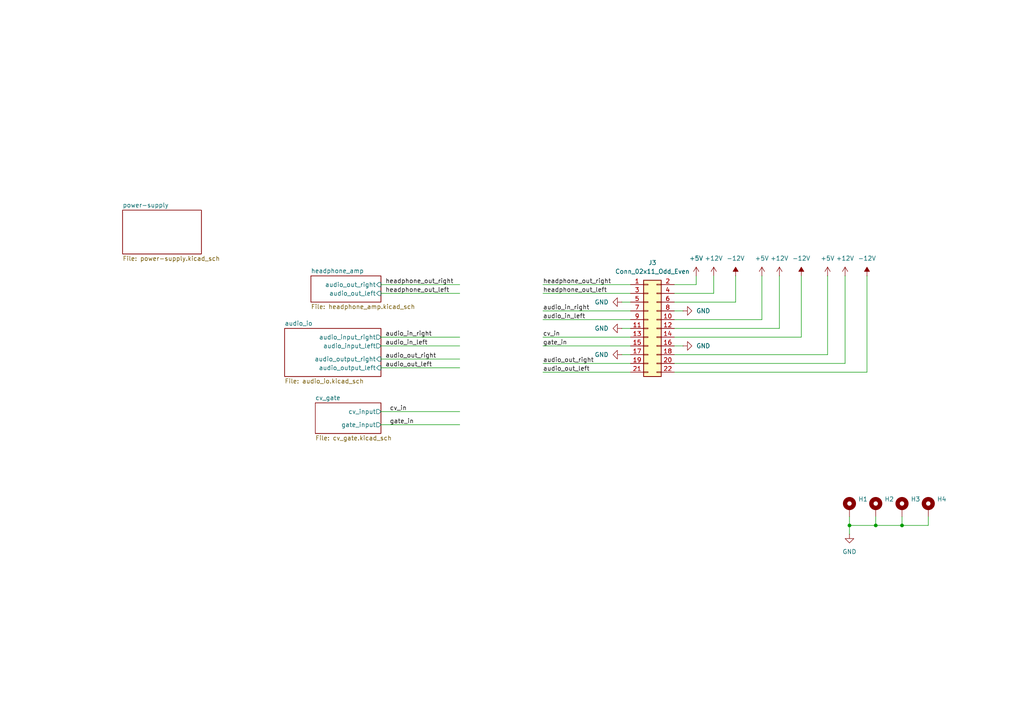
<source format=kicad_sch>
(kicad_sch (version 20231120) (generator "eeschema") (generator_version "8.0")
  (paper "A4")
  (lib_symbols
    (symbol "Connector_Generic:Conn_02x11_Odd_Even" (pin_names (offset 1.016) hide)
      (property "Reference" "J" (at 1.27 15.24 0))
      (property "Value" "Conn_02x11_Odd_Even" (at 1.27 -15.24 0))
      (symbol "Conn_02x11_Odd_Even_1_1"
        (rectangle (start -1.27 -12.573) (end 0 -12.827) (stroke (width 0.1524)))
        (rectangle (start -1.27 -10.033) (end 0 -10.287) (stroke (width 0.1524)))
        (rectangle (start -1.27 -7.493) (end 0 -7.747) (stroke (width 0.1524)))
        (rectangle (start -1.27 -4.953) (end 0 -5.207) (stroke (width 0.1524)))
        (rectangle (start -1.27 -2.413) (end 0 -2.667) (stroke (width 0.1524)))
        (rectangle (start -1.27 0.127) (end 0 -0.127) (stroke (width 0.1524)))
        (rectangle (start -1.27 2.667) (end 0 2.413) (stroke (width 0.1524)))
        (rectangle (start -1.27 5.207) (end 0 4.953) (stroke (width 0.1524)))
        (rectangle (start -1.27 7.747) (end 0 7.493) (stroke (width 0.1524)))
        (rectangle (start -1.27 10.287) (end 0 10.033) (stroke (width 0.1524)))
        (rectangle (start -1.27 12.827) (end 0 12.573) (stroke (width 0.1524)))
        (rectangle (start -1.27 13.97) (end 3.81 -13.97) (stroke (width 0.254)) (fill (type background)))
        (rectangle (start 3.81 -12.573) (end 2.54 -12.827) (stroke (width 0.1524)))
        (rectangle (start 3.81 -10.033) (end 2.54 -10.287) (stroke (width 0.1524)))
        (rectangle (start 3.81 -7.493) (end 2.54 -7.747) (stroke (width 0.1524)))
        (rectangle (start 3.81 -4.953) (end 2.54 -5.207) (stroke (width 0.1524)))
        (rectangle (start 3.81 -2.413) (end 2.54 -2.667) (stroke (width 0.1524)))
        (rectangle (start 3.81 0.127) (end 2.54 -0.127) (stroke (width 0.1524)))
        (rectangle (start 3.81 2.667) (end 2.54 2.413) (stroke (width 0.1524)))
        (rectangle (start 3.81 5.207) (end 2.54 4.953) (stroke (width 0.1524)))
        (rectangle (start 3.81 7.747) (end 2.54 7.493) (stroke (width 0.1524)))
        (rectangle (start 3.81 10.287) (end 2.54 10.033) (stroke (width 0.1524)))
        (rectangle (start 3.81 12.827) (end 2.54 12.573) (stroke (width 0.1524)))
        (pin passive line (at -5.08 12.7 0) (length 3.81) (name "Pin_1") (number "1"))
        (pin passive line (at 7.62 2.54 180) (length 3.81) (name "Pin_10") (number "10"))
        (pin passive line (at -5.08 0 0) (length 3.81) (name "Pin_11") (number "11"))
        (pin passive line (at 7.62 0 180) (length 3.81) (name "Pin_12") (number "12"))
        (pin passive line (at -5.08 -2.54 0) (length 3.81) (name "Pin_13") (number "13"))
        (pin passive line (at 7.62 -2.54 180) (length 3.81) (name "Pin_14") (number "14"))
        (pin passive line (at -5.08 -5.08 0) (length 3.81) (name "Pin_15") (number "15"))
        (pin passive line (at 7.62 -5.08 180) (length 3.81) (name "Pin_16") (number "16"))
        (pin passive line (at -5.08 -7.62 0) (length 3.81) (name "Pin_17") (number "17"))
        (pin passive line (at 7.62 -7.62 180) (length 3.81) (name "Pin_18") (number "18"))
        (pin passive line (at -5.08 -10.16 0) (length 3.81) (name "Pin_19") (number "19"))
        (pin passive line (at 7.62 12.7 180) (length 3.81) (name "Pin_2") (number "2"))
        (pin passive line (at 7.62 -10.16 180) (length 3.81) (name "Pin_20") (number "20"))
        (pin passive line (at -5.08 -12.7 0) (length 3.81) (name "Pin_21") (number "21"))
        (pin passive line (at 7.62 -12.7 180) (length 3.81) (name "Pin_22") (number "22"))
        (pin passive line (at -5.08 10.16 0) (length 3.81) (name "Pin_3") (number "3"))
        (pin passive line (at 7.62 10.16 180) (length 3.81) (name "Pin_4") (number "4"))
        (pin passive line (at -5.08 7.62 0) (length 3.81) (name "Pin_5") (number "5"))
        (pin passive line (at 7.62 7.62 180) (length 3.81) (name "Pin_6") (number "6"))
        (pin passive line (at -5.08 5.08 0) (length 3.81) (name "Pin_7") (number "7"))
        (pin passive line (at 7.62 5.08 180) (length 3.81) (name "Pin_8") (number "8"))
        (pin passive line (at -5.08 2.54 0) (length 3.81) (name "Pin_9") (number "9"))
      )
    )
    (symbol "Mechanical:MountingHole_Pad" (pin_numbers hide) (pin_names (offset 1.016) hide)
      (property "Reference" "H" (at 0 6.35 0))
      (property "Value" "MountingHole_Pad" (at 0 4.445 0))
      (symbol "MountingHole_Pad_0_1"
        (circle (center 0 1.27) (radius 1.27) (stroke (width 1.27)))
      )
      (symbol "MountingHole_Pad_1_1"
        (pin input line (at 0 -2.54 90) (length 2.54) (name "1") (number "1"))
      )
    )
    (symbol "power:+12V" (power) (pin_numbers hide) (pin_names (offset 0) hide)
      (property "Value" "+12V" (at 0 3.556 0))
      (symbol "+12V_0_1"
        (polyline (pts (xy -0.762 1.27) (xy 0 2.54)))
        (polyline (pts (xy 0 0) (xy 0 2.54)))
        (polyline (pts (xy 0 2.54) (xy 0.762 1.27)))
      )
      (symbol "+12V_1_1"
        (pin power_in line (at 0 0 90) (length 0) (name "~") (number "1"))
      )
    )
    (symbol "power:+5V" (power) (pin_numbers hide) (pin_names (offset 0) hide)
      (property "Value" "+5V" (at 0 3.556 0))
      (symbol "+5V_0_1"
        (polyline (pts (xy -0.762 1.27) (xy 0 2.54)))
        (polyline (pts (xy 0 0) (xy 0 2.54)))
        (polyline (pts (xy 0 2.54) (xy 0.762 1.27)))
      )
      (symbol "+5V_1_1"
        (pin power_in line (at 0 0 90) (length 0) (name "~") (number "1"))
      )
    )
    (symbol "power:-12V" (power) (pin_numbers hide) (pin_names (offset 0) hide)
      (property "Value" "-12V" (at 0 3.556 0))
      (symbol "-12V_0_0"
        (pin power_in line (at 0 0 90) (length 0) (name "~") (number "1"))
      )
      (symbol "-12V_0_1"
        (polyline (pts (xy 0 0) (xy 0 1.27) (xy 0.762 1.27) (xy 0 2.54) (xy -0.762 1.27) (xy 0 1.27)) (fill (type outline)))
      )
    )
    (symbol "power:GND" (power) (pin_numbers hide) (pin_names (offset 0) hide)
      (property "Value" "GND" (at 0 -3.81 0))
      (symbol "GND_0_1"
        (polyline (pts (xy 0 0) (xy 0 -1.27) (xy 1.27 -1.27) (xy 0 -2.54) (xy -1.27 -1.27) (xy 0 -1.27)))
      )
      (symbol "GND_1_1"
        (pin power_in line (at 0 0 270) (length 0) (name "~") (number "1"))
      )
    )
  )
  (junction (at 254 152.4))
  (junction (at 246.38 152.4))
  (junction (at 261.62 152.4))
  (wire (pts (xy 246.38 149.86) (xy 246.38 152.4)))
  (wire (pts (xy 195.58 100.33) (xy 198.12 100.33)))
  (wire (pts (xy 110.49 82.55) (xy 133.35 82.55)))
  (wire (pts (xy 220.98 92.71) (xy 195.58 92.71)))
  (wire (pts (xy 261.62 149.86) (xy 261.62 152.4)))
  (wire (pts (xy 269.24 149.86) (xy 269.24 152.4)))
  (wire (pts (xy 201.93 82.55) (xy 195.58 82.55)))
  (wire (pts (xy 157.48 105.41) (xy 182.88 105.41)))
  (wire (pts (xy 240.03 102.87) (xy 195.58 102.87)))
  (wire (pts (xy 157.48 92.71) (xy 182.88 92.71)))
  (wire (pts (xy 245.11 80.01) (xy 245.11 105.41)))
  (wire (pts (xy 157.48 85.09) (xy 182.88 85.09)))
  (wire (pts (xy 254 149.86) (xy 254 152.4)))
  (wire (pts (xy 110.49 119.38) (xy 133.35 119.38)))
  (wire (pts (xy 157.48 100.33) (xy 182.88 100.33)))
  (wire (pts (xy 213.36 80.01) (xy 213.36 87.63)))
  (wire (pts (xy 110.49 100.33) (xy 133.35 100.33)))
  (wire (pts (xy 180.34 102.87) (xy 182.88 102.87)))
  (wire (pts (xy 269.24 152.4) (xy 261.62 152.4)))
  (wire (pts (xy 180.34 87.63) (xy 182.88 87.63)))
  (wire (pts (xy 207.01 85.09) (xy 195.58 85.09)))
  (wire (pts (xy 157.48 107.95) (xy 182.88 107.95)))
  (wire (pts (xy 195.58 90.17) (xy 198.12 90.17)))
  (wire (pts (xy 110.49 97.79) (xy 133.35 97.79)))
  (wire (pts (xy 207.01 80.01) (xy 207.01 85.09)))
  (wire (pts (xy 157.48 82.55) (xy 182.88 82.55)))
  (wire (pts (xy 110.49 104.14) (xy 133.35 104.14)))
  (wire (pts (xy 213.36 87.63) (xy 195.58 87.63)))
  (wire (pts (xy 245.11 105.41) (xy 195.58 105.41)))
  (wire (pts (xy 240.03 80.01) (xy 240.03 102.87)))
  (wire (pts (xy 232.41 97.79) (xy 195.58 97.79)))
  (wire (pts (xy 110.49 106.68) (xy 133.35 106.68)))
  (wire (pts (xy 254 152.4) (xy 246.38 152.4)))
  (wire (pts (xy 110.49 123.19) (xy 133.35 123.19)))
  (wire (pts (xy 261.62 152.4) (xy 254 152.4)))
  (wire (pts (xy 180.34 95.25) (xy 182.88 95.25)))
  (wire (pts (xy 220.98 80.01) (xy 220.98 92.71)))
  (wire (pts (xy 157.48 90.17) (xy 182.88 90.17)))
  (wire (pts (xy 157.48 97.79) (xy 182.88 97.79)))
  (wire (pts (xy 226.06 80.01) (xy 226.06 95.25)))
  (wire (pts (xy 232.41 80.01) (xy 232.41 97.79)))
  (wire (pts (xy 226.06 95.25) (xy 195.58 95.25)))
  (wire (pts (xy 201.93 80.01) (xy 201.93 82.55)))
  (wire (pts (xy 251.46 107.95) (xy 195.58 107.95)))
  (wire (pts (xy 246.38 152.4) (xy 246.38 154.94)))
  (wire (pts (xy 251.46 80.01) (xy 251.46 107.95)))
  (wire (pts (xy 110.49 85.09) (xy 133.35 85.09)))
  (label "audio_out_right" (at 111.76 104.14 0))
  (label "audio_out_right" (at 157.48 105.41 0))
  (label "headphone_out_right" (at 157.48 82.55 0))
  (label "audio_in_right" (at 111.76 97.79 0))
  (label "cv_in" (at 113.03 119.38 0))
  (label "headphone_out_left" (at 111.76 85.09 0))
  (label "cv_in" (at 157.48 97.79 0))
  (label "audio_in_left" (at 111.76 100.33 0))
  (label "headphone_out_right" (at 111.76 82.55 0))
  (label "audio_out_left" (at 157.48 107.95 0))
  (label "audio_in_left" (at 157.48 92.71 0))
  (label "audio_in_right" (at 157.48 90.17 0))
  (label "headphone_out_left" (at 157.48 85.09 0))
  (label "gate_in" (at 113.03 123.19 0))
  (label "audio_out_left" (at 111.76 106.68 0))
  (label "gate_in" (at 157.48 100.33 0))
  (symbol (lib_id "power:+5V") (at 240.03 80.01 0) (unit 1)
    (property "Reference" "#PWR06" (effects (hide yes)))
    (property "Value" "+5V" (at 240.03 74.93 0))
    (property "Description" "Power symbol creates a global label with name \"+5V\"" (effects (hide yes)))
  )
  (symbol (lib_id "power:GND") (at 180.34 87.63 270) (unit 1)
    (property "Reference" "#PWR051" (effects (hide yes)))
    (property "Value" "GND" (at 176.53 87.6299 90) (effects (justify right)))
    (property "Description" "Power symbol creates a global label with name \"GND\" , ground" (effects (hide yes)))
  )
  (symbol (lib_id "power:+12V") (at 207.01 80.01 0) (unit 1)
    (property "Reference" "#PWR055" (effects (hide yes)))
    (property "Value" "+12V" (at 207.01 74.93 0))
    (property "Description" "Power symbol creates a global label with name \"+12V\"" (effects (hide yes)))
  )
  (symbol (lib_id "power:-12V") (at 213.36 80.01 0) (unit 1)
    (property "Reference" "#PWR054" (effects (hide yes)))
    (property "Value" "-12V" (at 213.36 74.93 0))
    (property "Description" "Power symbol creates a global label with name \"-12V\"" (effects (hide yes)))
  )
  (symbol (lib_id "power:+12V") (at 226.06 80.01 0) (unit 1)
    (property "Reference" "#PWR058" (effects (hide yes)))
    (property "Value" "+12V" (at 226.06 74.93 0))
    (property "Description" "Power symbol creates a global label with name \"+12V\"" (effects (hide yes)))
  )
  (symbol (lib_id "power:GND") (at 246.38 154.94 0) (unit 1)
    (property "Reference" "#PWR063" (effects (hide yes)))
    (property "Value" "GND" (at 246.38 160.02 0))
    (property "Description" "Power symbol creates a global label with name \"GND\" , ground" (effects (hide yes)))
  )
  (symbol (lib_id "Mechanical:MountingHole_Pad") (at 254 147.32 0) (unit 1)
    (property "Reference" "H2" (at 256.54 144.7799 0) (effects (justify left)))
    (property "Value" "MountingHole_Pad" (effects (hide yes)))
    (property "Footprint" "MountingHole:MountingHole_3.2mm_M3_ISO7380_Pad" (effects (hide yes)))
    (property "Description" "Mounting Hole with connection" (effects (hide yes)))
  )
  (symbol (lib_id "power:GND") (at 198.12 100.33 90) (unit 1)
    (property "Reference" "#PWR060" (effects (hide yes)))
    (property "Value" "GND" (at 201.93 100.3299 90) (effects (justify right)))
    (property "Description" "Power symbol creates a global label with name \"GND\" , ground" (effects (hide yes)))
  )
  (symbol (lib_id "power:+5V") (at 220.98 80.01 0) (unit 1)
    (property "Reference" "#PWR057" (effects (hide yes)))
    (property "Value" "+5V" (at 220.98 74.93 0))
    (property "Description" "Power symbol creates a global label with name \"+5V\"" (effects (hide yes)))
  )
  (symbol (lib_id "power:GND") (at 180.34 102.87 270) (unit 1)
    (property "Reference" "#PWR05" (effects (hide yes)))
    (property "Value" "GND" (at 176.53 102.8699 90) (effects (justify right)))
    (property "Description" "Power symbol creates a global label with name \"GND\" , ground" (effects (hide yes)))
  )
  (symbol (lib_id "power:-12V") (at 232.41 80.01 0) (unit 1)
    (property "Reference" "#PWR059" (effects (hide yes)))
    (property "Value" "-12V" (at 232.41 74.93 0))
    (property "Description" "Power symbol creates a global label with name \"-12V\"" (effects (hide yes)))
  )
  (symbol (lib_id "power:+5V") (at 201.93 80.01 0) (unit 1)
    (property "Reference" "#PWR053" (effects (hide yes)))
    (property "Value" "+5V" (at 201.93 74.93 0))
    (property "Description" "Power symbol creates a global label with name \"+5V\"" (effects (hide yes)))
  )
  (symbol (lib_id "Connector_Generic:Conn_02x11_Odd_Even") (at 187.96 95.25 0) (unit 1)
    (property "Reference" "J3" (at 189.23 76.2 0))
    (property "Value" "Conn_02x11_Odd_Even" (at 189.23 78.74 0))
    (property "Footprint" "Connector_PinSocket_2.54mm:PinSocket_2x11_P2.54mm_Vertical" (effects (hide yes)))
    (property "Description" "Generic connector, double row, 02x11, odd/even pin numbering scheme (row 1 odd numbers, row 2 even numbers), script generated (kicad-library-utils/schlib/autogen/connector/)" (effects (hide yes)))
  )
  (symbol (lib_id "power:-12V") (at 251.46 80.01 0) (unit 1)
    (property "Reference" "#PWR062" (effects (hide yes)))
    (property "Value" "-12V" (at 251.46 74.93 0))
    (property "Description" "Power symbol creates a global label with name \"-12V\"" (effects (hide yes)))
  )
  (symbol (lib_id "Mechanical:MountingHole_Pad") (at 246.38 147.32 0) (unit 1)
    (property "Reference" "H1" (at 248.92 144.7799 0) (effects (justify left)))
    (property "Value" "MountingHole_Pad" (effects (hide yes)))
    (property "Footprint" "MountingHole:MountingHole_3.2mm_M3_ISO7380_Pad" (effects (hide yes)))
    (property "Description" "Mounting Hole with connection" (effects (hide yes)))
  )
  (symbol (lib_id "power:+12V") (at 245.11 80.01 0) (unit 1)
    (property "Reference" "#PWR061" (effects (hide yes)))
    (property "Value" "+12V" (at 245.11 74.93 0))
    (property "Description" "Power symbol creates a global label with name \"+12V\"" (effects (hide yes)))
  )
  (symbol (lib_id "Mechanical:MountingHole_Pad") (at 261.62 147.32 0) (unit 1)
    (property "Reference" "H3" (at 264.16 144.7799 0) (effects (justify left)))
    (property "Value" "MountingHole_Pad" (effects (hide yes)))
    (property "Footprint" "MountingHole:MountingHole_3.2mm_M3_ISO7380_Pad" (effects (hide yes)))
    (property "Description" "Mounting Hole with connection" (effects (hide yes)))
  )
  (symbol (lib_id "power:GND") (at 198.12 90.17 90) (unit 1)
    (property "Reference" "#PWR056" (effects (hide yes)))
    (property "Value" "GND" (at 201.93 90.1699 90) (effects (justify right)))
    (property "Description" "Power symbol creates a global label with name \"GND\" , ground" (effects (hide yes)))
  )
  (symbol (lib_id "power:GND") (at 180.34 95.25 270) (unit 1)
    (property "Reference" "#PWR052" (effects (hide yes)))
    (property "Value" "GND" (at 176.53 95.2499 90) (effects (justify right)))
    (property "Description" "Power symbol creates a global label with name \"GND\" , ground" (effects (hide yes)))
  )
  (symbol (lib_id "Mechanical:MountingHole_Pad") (at 269.24 147.32 0) (unit 1)
    (property "Reference" "H4" (at 271.78 144.7799 0) (effects (justify left)))
    (property "Value" "MountingHole_Pad" (effects (hide yes)))
    (property "Footprint" "MountingHole:MountingHole_3.2mm_M3_ISO7380_Pad" (effects (hide yes)))
    (property "Description" "Mounting Hole with connection" (effects (hide yes)))
  )
  (sheet (at 82.55 95.25) (size 27.94 13.97) (stroke (width 0.1524))
    (property "Sheetname" "audio_io" (at 82.55 94.5384 0) (effects (justify left bottom)))
    (property "Sheetfile" "audio_io.kicad_sch" (at 82.55 109.8046 0) (effects (justify left top)))
    (pin "audio_input_left" output (at 110.49 100.33 0))
    (pin "audio_input_right" output (at 110.49 97.79 0))
    (pin "audio_output_left" input (at 110.49 106.68 0))
    (pin "audio_output_right" input (at 110.49 104.14 0))
  )
  (sheet (at 35.56 60.96) (size 22.86 12.7) (stroke (width 0.1524))
    (property "Sheetname" "power-supply" (at 35.56 60.2484 0) (effects (justify left bottom)))
    (property "Sheetfile" "power-supply.kicad_sch" (at 35.56 74.2446 0) (effects (justify left top)))
  )
  (sheet (at 91.44 116.84) (size 19.05 8.89) (stroke (width 0.1524))
    (property "Sheetname" "cv_gate" (at 91.44 116.1284 0) (effects (justify left bottom)))
    (property "Sheetfile" "cv_gate.kicad_sch" (at 91.44 126.3146 0) (effects (justify left top)))
    (pin "cv_input" output (at 110.49 119.38 0))
    (pin "gate_input" output (at 110.49 123.19 0))
  )
  (sheet (at 90.17 80.01) (size 20.32 7.62) (stroke (width 0.1524))
    (property "Sheetname" "headphone_amp" (at 90.17 79.2984 0) (effects (justify left bottom)))
    (property "Sheetfile" "headphone_amp.kicad_sch" (at 90.17 88.2146 0) (effects (justify left top)))
    (pin "audio_out_left" input (at 110.49 85.09 0))
    (pin "audio_out_right" input (at 110.49 82.55 0))
  )
)
</source>
